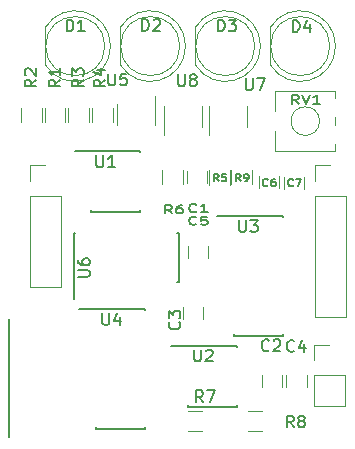
<source format=gto>
%TF.GenerationSoftware,KiCad,Pcbnew,4.0.7*%
%TF.CreationDate,2018-02-09T12:23:56+01:00*%
%TF.ProjectId,Metronome,4D6574726F6E6F6D652E6B696361645F,1.0*%
%TF.FileFunction,Legend,Top*%
%FSLAX46Y46*%
G04 Gerber Fmt 4.6, Leading zero omitted, Abs format (unit mm)*
G04 Created by KiCad (PCBNEW 4.0.7) date 02/09/18 12:23:56*
%MOMM*%
%LPD*%
G01*
G04 APERTURE LIST*
%ADD10C,0.127000*%
%ADD11C,0.150000*%
%ADD12C,0.120000*%
G04 APERTURE END LIST*
D10*
D11*
X130401400Y-102137200D02*
X130401400Y-112137200D01*
D12*
X156238900Y-91706700D02*
X156238900Y-101926700D01*
X156238900Y-101926700D02*
X158898900Y-101926700D01*
X158898900Y-101926700D02*
X158898900Y-91706700D01*
X158898900Y-91706700D02*
X156238900Y-91706700D01*
X156238900Y-90436700D02*
X156238900Y-89106700D01*
X156238900Y-89106700D02*
X157568900Y-89106700D01*
D11*
X137332900Y-87861700D02*
X137332900Y-87911700D01*
X141482900Y-87861700D02*
X141482900Y-88006700D01*
X141482900Y-93011700D02*
X141482900Y-92866700D01*
X137332900Y-93011700D02*
X137332900Y-92866700D01*
X137332900Y-87861700D02*
X141482900Y-87861700D01*
X137332900Y-93011700D02*
X141482900Y-93011700D01*
X137332900Y-87911700D02*
X135932900Y-87911700D01*
D12*
X145415900Y-89555700D02*
X145415900Y-90555700D01*
X147115900Y-90555700D02*
X147115900Y-89555700D01*
X153465900Y-107847700D02*
X153465900Y-106847700D01*
X151765900Y-106847700D02*
X151765900Y-107847700D01*
X145098400Y-101092700D02*
X145098400Y-102092700D01*
X146798400Y-102092700D02*
X146798400Y-101092700D01*
X153861400Y-106891200D02*
X153861400Y-107891200D01*
X155561400Y-107891200D02*
X155561400Y-106891200D01*
X147242900Y-96905700D02*
X147242900Y-95905700D01*
X145542900Y-95905700D02*
X145542900Y-96905700D01*
X153211900Y-91043700D02*
X153211900Y-90043700D01*
X151511900Y-90043700D02*
X151511900Y-91043700D01*
X153670900Y-90063700D02*
X153670900Y-91063700D01*
X155370900Y-91063700D02*
X155370900Y-90063700D01*
X138968900Y-79007162D02*
G75*
G03X133418900Y-77461870I-2990000J462D01*
G01*
X138968900Y-79006238D02*
G75*
G02X133418900Y-80551530I-2990000J-462D01*
G01*
X138478900Y-79006700D02*
G75*
G03X138478900Y-79006700I-2500000J0D01*
G01*
X133418900Y-77461700D02*
X133418900Y-80551700D01*
X145318900Y-79007162D02*
G75*
G03X139768900Y-77461870I-2990000J462D01*
G01*
X145318900Y-79006238D02*
G75*
G02X139768900Y-80551530I-2990000J-462D01*
G01*
X144828900Y-79006700D02*
G75*
G03X144828900Y-79006700I-2500000J0D01*
G01*
X139768900Y-77461700D02*
X139768900Y-80551700D01*
X151668900Y-79007162D02*
G75*
G03X146118900Y-77461870I-2990000J462D01*
G01*
X151668900Y-79006238D02*
G75*
G02X146118900Y-80551530I-2990000J-462D01*
G01*
X151178900Y-79006700D02*
G75*
G03X151178900Y-79006700I-2500000J0D01*
G01*
X146118900Y-77461700D02*
X146118900Y-80551700D01*
X158018900Y-79007162D02*
G75*
G03X152468900Y-77461870I-2990000J462D01*
G01*
X158018900Y-79006238D02*
G75*
G02X152468900Y-80551530I-2990000J-462D01*
G01*
X157528900Y-79006700D02*
G75*
G03X157528900Y-79006700I-2500000J0D01*
G01*
X152468900Y-77461700D02*
X152468900Y-80551700D01*
X156175400Y-106883200D02*
X156175400Y-109483200D01*
X156175400Y-109483200D02*
X158835400Y-109483200D01*
X158835400Y-109483200D02*
X158835400Y-106883200D01*
X158835400Y-106883200D02*
X156175400Y-106883200D01*
X156175400Y-105613200D02*
X156175400Y-104283200D01*
X156175400Y-104283200D02*
X157505400Y-104283200D01*
X132108900Y-91706700D02*
X132108900Y-99386700D01*
X132108900Y-99386700D02*
X134768900Y-99386700D01*
X134768900Y-99386700D02*
X134768900Y-91706700D01*
X134768900Y-91706700D02*
X132108900Y-91706700D01*
X132108900Y-90436700D02*
X132108900Y-89106700D01*
X132108900Y-89106700D02*
X133438900Y-89106700D01*
X135144400Y-84248700D02*
X135144400Y-85448700D01*
X133384400Y-85448700D02*
X133384400Y-84248700D01*
X133175900Y-84265200D02*
X133175900Y-85465200D01*
X131415900Y-85465200D02*
X131415900Y-84265200D01*
X137112900Y-84248700D02*
X137112900Y-85448700D01*
X135352900Y-85448700D02*
X135352900Y-84248700D01*
X139144900Y-84248700D02*
X139144900Y-85448700D01*
X137384900Y-85448700D02*
X137384900Y-84248700D01*
X147290900Y-90735700D02*
X147290900Y-89535700D01*
X149050900Y-89535700D02*
X149050900Y-90735700D01*
X143353900Y-90655700D02*
X143353900Y-89455700D01*
X145113900Y-89455700D02*
X145113900Y-90655700D01*
X146738900Y-111636700D02*
X145538900Y-111636700D01*
X145538900Y-109876700D02*
X146738900Y-109876700D01*
X151818900Y-111636700D02*
X150618900Y-111636700D01*
X150618900Y-109876700D02*
X151818900Y-109876700D01*
X150955900Y-89502700D02*
X150955900Y-90702700D01*
X149195900Y-90702700D02*
X149195900Y-89502700D01*
X152893900Y-82796700D02*
X158013900Y-82796700D01*
X152893900Y-87916700D02*
X158013900Y-87916700D01*
X152893900Y-82796700D02*
X152893900Y-84526700D01*
X152893900Y-86186700D02*
X152893900Y-87916700D01*
X158013900Y-82796700D02*
X158013900Y-83376700D01*
X158013900Y-85036700D02*
X158013900Y-85676700D01*
X158013900Y-87336700D02*
X158013900Y-87916700D01*
X156663900Y-85356700D02*
G75*
G03X156663900Y-85356700I-1210000J0D01*
G01*
D11*
X145493900Y-104371700D02*
X145493900Y-104421700D01*
X149643900Y-104371700D02*
X149643900Y-104516700D01*
X149643900Y-109521700D02*
X149643900Y-109376700D01*
X145493900Y-109521700D02*
X145493900Y-109376700D01*
X145493900Y-104371700D02*
X149643900Y-104371700D01*
X145493900Y-109521700D02*
X149643900Y-109521700D01*
X145493900Y-104421700D02*
X144093900Y-104421700D01*
X149397900Y-93362700D02*
X149397900Y-93387700D01*
X153547900Y-93362700D02*
X153547900Y-93467700D01*
X153547900Y-103512700D02*
X153547900Y-103407700D01*
X149397900Y-103512700D02*
X149397900Y-103407700D01*
X149397900Y-93362700D02*
X153547900Y-93362700D01*
X149397900Y-103512700D02*
X153547900Y-103512700D01*
X149397900Y-93387700D02*
X148022900Y-93387700D01*
X137713900Y-101236700D02*
X137713900Y-101261700D01*
X141863900Y-101236700D02*
X141863900Y-101341700D01*
X141863900Y-111386700D02*
X141863900Y-111281700D01*
X137713900Y-111386700D02*
X137713900Y-111281700D01*
X137713900Y-101236700D02*
X141863900Y-101236700D01*
X137713900Y-111386700D02*
X141863900Y-111386700D01*
X137713900Y-101261700D02*
X136338900Y-101261700D01*
X135846900Y-99021700D02*
X135871900Y-99021700D01*
X135846900Y-94871700D02*
X135961900Y-94871700D01*
X144746900Y-94871700D02*
X144631900Y-94871700D01*
X144746900Y-99021700D02*
X144631900Y-99021700D01*
X135846900Y-99021700D02*
X135846900Y-94871700D01*
X144746900Y-99021700D02*
X144746900Y-94871700D01*
X135871900Y-99021700D02*
X135871900Y-100396700D01*
D12*
X150542900Y-85875700D02*
X150542900Y-84075700D01*
X147322900Y-84075700D02*
X147322900Y-86525700D01*
X139514900Y-83901700D02*
X139514900Y-85701700D01*
X142734900Y-85701700D02*
X142734900Y-83251700D01*
X146732900Y-85875700D02*
X146732900Y-84075700D01*
X143512900Y-84075700D02*
X143512900Y-86525700D01*
D11*
X137769695Y-88250781D02*
X137769695Y-89060305D01*
X137817314Y-89155543D01*
X137864933Y-89203162D01*
X137960171Y-89250781D01*
X138150648Y-89250781D01*
X138245886Y-89203162D01*
X138293505Y-89155543D01*
X138341124Y-89060305D01*
X138341124Y-88250781D01*
X139341124Y-89250781D02*
X138769695Y-89250781D01*
X139055409Y-89250781D02*
X139055409Y-88250781D01*
X138960171Y-88393638D01*
X138864933Y-88488876D01*
X138769695Y-88536495D01*
X146238934Y-93010800D02*
X146191315Y-93044133D01*
X146048458Y-93077467D01*
X145953220Y-93077467D01*
X145810362Y-93044133D01*
X145715124Y-92977467D01*
X145667505Y-92910800D01*
X145619886Y-92777467D01*
X145619886Y-92677467D01*
X145667505Y-92544133D01*
X145715124Y-92477467D01*
X145810362Y-92410800D01*
X145953220Y-92377467D01*
X146048458Y-92377467D01*
X146191315Y-92410800D01*
X146238934Y-92444133D01*
X147191315Y-93077467D02*
X146619886Y-93077467D01*
X146905600Y-93077467D02*
X146905600Y-92377467D01*
X146810362Y-92477467D01*
X146715124Y-92544133D01*
X146619886Y-92577467D01*
X152385734Y-104751143D02*
X152338115Y-104798762D01*
X152195258Y-104846381D01*
X152100020Y-104846381D01*
X151957162Y-104798762D01*
X151861924Y-104703524D01*
X151814305Y-104608286D01*
X151766686Y-104417810D01*
X151766686Y-104274952D01*
X151814305Y-104084476D01*
X151861924Y-103989238D01*
X151957162Y-103894000D01*
X152100020Y-103846381D01*
X152195258Y-103846381D01*
X152338115Y-103894000D01*
X152385734Y-103941619D01*
X152766686Y-103941619D02*
X152814305Y-103894000D01*
X152909543Y-103846381D01*
X153147639Y-103846381D01*
X153242877Y-103894000D01*
X153290496Y-103941619D01*
X153338115Y-104036857D01*
X153338115Y-104132095D01*
X153290496Y-104274952D01*
X152719067Y-104846381D01*
X153338115Y-104846381D01*
X144781543Y-102376266D02*
X144829162Y-102423885D01*
X144876781Y-102566742D01*
X144876781Y-102661980D01*
X144829162Y-102804838D01*
X144733924Y-102900076D01*
X144638686Y-102947695D01*
X144448210Y-102995314D01*
X144305352Y-102995314D01*
X144114876Y-102947695D01*
X144019638Y-102900076D01*
X143924400Y-102804838D01*
X143876781Y-102661980D01*
X143876781Y-102566742D01*
X143924400Y-102423885D01*
X143972019Y-102376266D01*
X143876781Y-102042933D02*
X143876781Y-101423885D01*
X144257733Y-101757219D01*
X144257733Y-101614361D01*
X144305352Y-101519123D01*
X144352971Y-101471504D01*
X144448210Y-101423885D01*
X144686305Y-101423885D01*
X144781543Y-101471504D01*
X144829162Y-101519123D01*
X144876781Y-101614361D01*
X144876781Y-101900076D01*
X144829162Y-101995314D01*
X144781543Y-102042933D01*
X154519334Y-104801943D02*
X154471715Y-104849562D01*
X154328858Y-104897181D01*
X154233620Y-104897181D01*
X154090762Y-104849562D01*
X153995524Y-104754324D01*
X153947905Y-104659086D01*
X153900286Y-104468610D01*
X153900286Y-104325752D01*
X153947905Y-104135276D01*
X153995524Y-104040038D01*
X154090762Y-103944800D01*
X154233620Y-103897181D01*
X154328858Y-103897181D01*
X154471715Y-103944800D01*
X154519334Y-103992419D01*
X155376477Y-104230514D02*
X155376477Y-104897181D01*
X155138381Y-103849562D02*
X154900286Y-104563848D01*
X155519334Y-104563848D01*
X146238934Y-94077600D02*
X146191315Y-94110933D01*
X146048458Y-94144267D01*
X145953220Y-94144267D01*
X145810362Y-94110933D01*
X145715124Y-94044267D01*
X145667505Y-93977600D01*
X145619886Y-93844267D01*
X145619886Y-93744267D01*
X145667505Y-93610933D01*
X145715124Y-93544267D01*
X145810362Y-93477600D01*
X145953220Y-93444267D01*
X146048458Y-93444267D01*
X146191315Y-93477600D01*
X146238934Y-93510933D01*
X147143696Y-93444267D02*
X146667505Y-93444267D01*
X146619886Y-93777600D01*
X146667505Y-93744267D01*
X146762743Y-93710933D01*
X147000839Y-93710933D01*
X147096077Y-93744267D01*
X147143696Y-93777600D01*
X147191315Y-93844267D01*
X147191315Y-94010933D01*
X147143696Y-94077600D01*
X147096077Y-94110933D01*
X147000839Y-94144267D01*
X146762743Y-94144267D01*
X146667505Y-94110933D01*
X146619886Y-94077600D01*
X152283334Y-90790686D02*
X152250000Y-90819257D01*
X152150000Y-90847829D01*
X152083334Y-90847829D01*
X151983334Y-90819257D01*
X151916667Y-90762114D01*
X151883334Y-90704971D01*
X151850000Y-90590686D01*
X151850000Y-90504971D01*
X151883334Y-90390686D01*
X151916667Y-90333543D01*
X151983334Y-90276400D01*
X152083334Y-90247829D01*
X152150000Y-90247829D01*
X152250000Y-90276400D01*
X152283334Y-90304971D01*
X152883334Y-90247829D02*
X152750000Y-90247829D01*
X152683334Y-90276400D01*
X152650000Y-90304971D01*
X152583334Y-90390686D01*
X152550000Y-90504971D01*
X152550000Y-90733543D01*
X152583334Y-90790686D01*
X152616667Y-90819257D01*
X152683334Y-90847829D01*
X152816667Y-90847829D01*
X152883334Y-90819257D01*
X152916667Y-90790686D01*
X152950000Y-90733543D01*
X152950000Y-90590686D01*
X152916667Y-90533543D01*
X152883334Y-90504971D01*
X152816667Y-90476400D01*
X152683334Y-90476400D01*
X152616667Y-90504971D01*
X152583334Y-90533543D01*
X152550000Y-90590686D01*
X154416934Y-90790686D02*
X154383600Y-90819257D01*
X154283600Y-90847829D01*
X154216934Y-90847829D01*
X154116934Y-90819257D01*
X154050267Y-90762114D01*
X154016934Y-90704971D01*
X153983600Y-90590686D01*
X153983600Y-90504971D01*
X154016934Y-90390686D01*
X154050267Y-90333543D01*
X154116934Y-90276400D01*
X154216934Y-90247829D01*
X154283600Y-90247829D01*
X154383600Y-90276400D01*
X154416934Y-90304971D01*
X154650267Y-90247829D02*
X155116934Y-90247829D01*
X154816934Y-90847829D01*
X135240805Y-77769981D02*
X135240805Y-76769981D01*
X135478900Y-76769981D01*
X135621758Y-76817600D01*
X135716996Y-76912838D01*
X135764615Y-77008076D01*
X135812234Y-77198552D01*
X135812234Y-77341410D01*
X135764615Y-77531886D01*
X135716996Y-77627124D01*
X135621758Y-77722362D01*
X135478900Y-77769981D01*
X135240805Y-77769981D01*
X136764615Y-77769981D02*
X136193186Y-77769981D01*
X136478900Y-77769981D02*
X136478900Y-76769981D01*
X136383662Y-76912838D01*
X136288424Y-77008076D01*
X136193186Y-77055695D01*
X141654305Y-77719181D02*
X141654305Y-76719181D01*
X141892400Y-76719181D01*
X142035258Y-76766800D01*
X142130496Y-76862038D01*
X142178115Y-76957276D01*
X142225734Y-77147752D01*
X142225734Y-77290610D01*
X142178115Y-77481086D01*
X142130496Y-77576324D01*
X142035258Y-77671562D01*
X141892400Y-77719181D01*
X141654305Y-77719181D01*
X142606686Y-76814419D02*
X142654305Y-76766800D01*
X142749543Y-76719181D01*
X142987639Y-76719181D01*
X143082877Y-76766800D01*
X143130496Y-76814419D01*
X143178115Y-76909657D01*
X143178115Y-77004895D01*
X143130496Y-77147752D01*
X142559067Y-77719181D01*
X143178115Y-77719181D01*
X148055105Y-77769981D02*
X148055105Y-76769981D01*
X148293200Y-76769981D01*
X148436058Y-76817600D01*
X148531296Y-76912838D01*
X148578915Y-77008076D01*
X148626534Y-77198552D01*
X148626534Y-77341410D01*
X148578915Y-77531886D01*
X148531296Y-77627124D01*
X148436058Y-77722362D01*
X148293200Y-77769981D01*
X148055105Y-77769981D01*
X148959867Y-76769981D02*
X149578915Y-76769981D01*
X149245581Y-77150933D01*
X149388439Y-77150933D01*
X149483677Y-77198552D01*
X149531296Y-77246171D01*
X149578915Y-77341410D01*
X149578915Y-77579505D01*
X149531296Y-77674743D01*
X149483677Y-77722362D01*
X149388439Y-77769981D01*
X149102724Y-77769981D01*
X149007486Y-77722362D01*
X148959867Y-77674743D01*
X154405105Y-77820781D02*
X154405105Y-76820781D01*
X154643200Y-76820781D01*
X154786058Y-76868400D01*
X154881296Y-76963638D01*
X154928915Y-77058876D01*
X154976534Y-77249352D01*
X154976534Y-77392210D01*
X154928915Y-77582686D01*
X154881296Y-77677924D01*
X154786058Y-77773162D01*
X154643200Y-77820781D01*
X154405105Y-77820781D01*
X155833677Y-77154114D02*
X155833677Y-77820781D01*
X155595581Y-76773162D02*
X155357486Y-77487448D01*
X155976534Y-77487448D01*
X134716781Y-81853066D02*
X134240590Y-82186400D01*
X134716781Y-82424495D02*
X133716781Y-82424495D01*
X133716781Y-82043542D01*
X133764400Y-81948304D01*
X133812019Y-81900685D01*
X133907257Y-81853066D01*
X134050114Y-81853066D01*
X134145352Y-81900685D01*
X134192971Y-81948304D01*
X134240590Y-82043542D01*
X134240590Y-82424495D01*
X134716781Y-80900685D02*
X134716781Y-81472114D01*
X134716781Y-81186400D02*
X133716781Y-81186400D01*
X133859638Y-81281638D01*
X133954876Y-81376876D01*
X134002495Y-81472114D01*
X132684781Y-81853066D02*
X132208590Y-82186400D01*
X132684781Y-82424495D02*
X131684781Y-82424495D01*
X131684781Y-82043542D01*
X131732400Y-81948304D01*
X131780019Y-81900685D01*
X131875257Y-81853066D01*
X132018114Y-81853066D01*
X132113352Y-81900685D01*
X132160971Y-81948304D01*
X132208590Y-82043542D01*
X132208590Y-82424495D01*
X131780019Y-81472114D02*
X131732400Y-81424495D01*
X131684781Y-81329257D01*
X131684781Y-81091161D01*
X131732400Y-80995923D01*
X131780019Y-80948304D01*
X131875257Y-80900685D01*
X131970495Y-80900685D01*
X132113352Y-80948304D01*
X132684781Y-81519733D01*
X132684781Y-80900685D01*
X136697981Y-81853066D02*
X136221790Y-82186400D01*
X136697981Y-82424495D02*
X135697981Y-82424495D01*
X135697981Y-82043542D01*
X135745600Y-81948304D01*
X135793219Y-81900685D01*
X135888457Y-81853066D01*
X136031314Y-81853066D01*
X136126552Y-81900685D01*
X136174171Y-81948304D01*
X136221790Y-82043542D01*
X136221790Y-82424495D01*
X135697981Y-81519733D02*
X135697981Y-80900685D01*
X136078933Y-81234019D01*
X136078933Y-81091161D01*
X136126552Y-80995923D01*
X136174171Y-80948304D01*
X136269410Y-80900685D01*
X136507505Y-80900685D01*
X136602743Y-80948304D01*
X136650362Y-80995923D01*
X136697981Y-81091161D01*
X136697981Y-81376876D01*
X136650362Y-81472114D01*
X136602743Y-81519733D01*
X138526781Y-81853066D02*
X138050590Y-82186400D01*
X138526781Y-82424495D02*
X137526781Y-82424495D01*
X137526781Y-82043542D01*
X137574400Y-81948304D01*
X137622019Y-81900685D01*
X137717257Y-81853066D01*
X137860114Y-81853066D01*
X137955352Y-81900685D01*
X138002971Y-81948304D01*
X138050590Y-82043542D01*
X138050590Y-82424495D01*
X137860114Y-80995923D02*
X138526781Y-80995923D01*
X137479162Y-81234019D02*
X138193448Y-81472114D01*
X138193448Y-80853066D01*
X148117734Y-90441429D02*
X147884400Y-90155714D01*
X147717734Y-90441429D02*
X147717734Y-89841429D01*
X147984400Y-89841429D01*
X148051067Y-89870000D01*
X148084400Y-89898571D01*
X148117734Y-89955714D01*
X148117734Y-90041429D01*
X148084400Y-90098571D01*
X148051067Y-90127143D01*
X147984400Y-90155714D01*
X147717734Y-90155714D01*
X148751067Y-89841429D02*
X148417734Y-89841429D01*
X148384400Y-90127143D01*
X148417734Y-90098571D01*
X148484400Y-90070000D01*
X148651067Y-90070000D01*
X148717734Y-90098571D01*
X148751067Y-90127143D01*
X148784400Y-90184286D01*
X148784400Y-90327143D01*
X148751067Y-90384286D01*
X148717734Y-90412857D01*
X148651067Y-90441429D01*
X148484400Y-90441429D01*
X148417734Y-90412857D01*
X148384400Y-90384286D01*
X144156134Y-93179067D02*
X143822800Y-92845733D01*
X143584705Y-93179067D02*
X143584705Y-92479067D01*
X143965658Y-92479067D01*
X144060896Y-92512400D01*
X144108515Y-92545733D01*
X144156134Y-92612400D01*
X144156134Y-92712400D01*
X144108515Y-92779067D01*
X144060896Y-92812400D01*
X143965658Y-92845733D01*
X143584705Y-92845733D01*
X145013277Y-92479067D02*
X144822800Y-92479067D01*
X144727562Y-92512400D01*
X144679943Y-92545733D01*
X144584705Y-92645733D01*
X144537086Y-92779067D01*
X144537086Y-93045733D01*
X144584705Y-93112400D01*
X144632324Y-93145733D01*
X144727562Y-93179067D01*
X144918039Y-93179067D01*
X145013277Y-93145733D01*
X145060896Y-93112400D01*
X145108515Y-93045733D01*
X145108515Y-92879067D01*
X145060896Y-92812400D01*
X145013277Y-92779067D01*
X144918039Y-92745733D01*
X144727562Y-92745733D01*
X144632324Y-92779067D01*
X144584705Y-92812400D01*
X144537086Y-92879067D01*
X146797734Y-109164381D02*
X146464400Y-108688190D01*
X146226305Y-109164381D02*
X146226305Y-108164381D01*
X146607258Y-108164381D01*
X146702496Y-108212000D01*
X146750115Y-108259619D01*
X146797734Y-108354857D01*
X146797734Y-108497714D01*
X146750115Y-108592952D01*
X146702496Y-108640571D01*
X146607258Y-108688190D01*
X146226305Y-108688190D01*
X147131067Y-108164381D02*
X147797734Y-108164381D01*
X147369162Y-109164381D01*
X154468534Y-111297981D02*
X154135200Y-110821790D01*
X153897105Y-111297981D02*
X153897105Y-110297981D01*
X154278058Y-110297981D01*
X154373296Y-110345600D01*
X154420915Y-110393219D01*
X154468534Y-110488457D01*
X154468534Y-110631314D01*
X154420915Y-110726552D01*
X154373296Y-110774171D01*
X154278058Y-110821790D01*
X153897105Y-110821790D01*
X155039962Y-110726552D02*
X154944724Y-110678933D01*
X154897105Y-110631314D01*
X154849486Y-110536076D01*
X154849486Y-110488457D01*
X154897105Y-110393219D01*
X154944724Y-110345600D01*
X155039962Y-110297981D01*
X155230439Y-110297981D01*
X155325677Y-110345600D01*
X155373296Y-110393219D01*
X155420915Y-110488457D01*
X155420915Y-110536076D01*
X155373296Y-110631314D01*
X155325677Y-110678933D01*
X155230439Y-110726552D01*
X155039962Y-110726552D01*
X154944724Y-110774171D01*
X154897105Y-110821790D01*
X154849486Y-110917029D01*
X154849486Y-111107505D01*
X154897105Y-111202743D01*
X154944724Y-111250362D01*
X155039962Y-111297981D01*
X155230439Y-111297981D01*
X155325677Y-111250362D01*
X155373296Y-111202743D01*
X155420915Y-111107505D01*
X155420915Y-110917029D01*
X155373296Y-110821790D01*
X155325677Y-110774171D01*
X155230439Y-110726552D01*
X149997334Y-90441429D02*
X149764000Y-90155714D01*
X149597334Y-90441429D02*
X149597334Y-89841429D01*
X149864000Y-89841429D01*
X149930667Y-89870000D01*
X149964000Y-89898571D01*
X149997334Y-89955714D01*
X149997334Y-90041429D01*
X149964000Y-90098571D01*
X149930667Y-90127143D01*
X149864000Y-90155714D01*
X149597334Y-90155714D01*
X150330667Y-90441429D02*
X150464000Y-90441429D01*
X150530667Y-90412857D01*
X150564000Y-90384286D01*
X150630667Y-90298571D01*
X150664000Y-90184286D01*
X150664000Y-89955714D01*
X150630667Y-89898571D01*
X150597334Y-89870000D01*
X150530667Y-89841429D01*
X150397334Y-89841429D01*
X150330667Y-89870000D01*
X150297334Y-89898571D01*
X150264000Y-89955714D01*
X150264000Y-90098571D01*
X150297334Y-90155714D01*
X150330667Y-90184286D01*
X150397334Y-90212857D01*
X150530667Y-90212857D01*
X150597334Y-90184286D01*
X150630667Y-90155714D01*
X150664000Y-90098571D01*
X154903562Y-83927905D02*
X154570228Y-83546952D01*
X154332133Y-83927905D02*
X154332133Y-83127905D01*
X154713086Y-83127905D01*
X154808324Y-83166000D01*
X154855943Y-83204095D01*
X154903562Y-83280286D01*
X154903562Y-83394571D01*
X154855943Y-83470762D01*
X154808324Y-83508857D01*
X154713086Y-83546952D01*
X154332133Y-83546952D01*
X155189276Y-83127905D02*
X155522609Y-83927905D01*
X155855943Y-83127905D01*
X156713086Y-83927905D02*
X156141657Y-83927905D01*
X156427371Y-83927905D02*
X156427371Y-83127905D01*
X156332133Y-83242190D01*
X156236895Y-83318381D01*
X156141657Y-83356476D01*
X146050095Y-104709981D02*
X146050095Y-105519505D01*
X146097714Y-105614743D01*
X146145333Y-105662362D01*
X146240571Y-105709981D01*
X146431048Y-105709981D01*
X146526286Y-105662362D01*
X146573905Y-105614743D01*
X146621524Y-105519505D01*
X146621524Y-104709981D01*
X147050095Y-104805219D02*
X147097714Y-104757600D01*
X147192952Y-104709981D01*
X147431048Y-104709981D01*
X147526286Y-104757600D01*
X147573905Y-104805219D01*
X147621524Y-104900457D01*
X147621524Y-104995695D01*
X147573905Y-105138552D01*
X147002476Y-105709981D01*
X147621524Y-105709981D01*
X149860095Y-93737181D02*
X149860095Y-94546705D01*
X149907714Y-94641943D01*
X149955333Y-94689562D01*
X150050571Y-94737181D01*
X150241048Y-94737181D01*
X150336286Y-94689562D01*
X150383905Y-94641943D01*
X150431524Y-94546705D01*
X150431524Y-93737181D01*
X150812476Y-93737181D02*
X151431524Y-93737181D01*
X151098190Y-94118133D01*
X151241048Y-94118133D01*
X151336286Y-94165752D01*
X151383905Y-94213371D01*
X151431524Y-94308610D01*
X151431524Y-94546705D01*
X151383905Y-94641943D01*
X151336286Y-94689562D01*
X151241048Y-94737181D01*
X150955333Y-94737181D01*
X150860095Y-94689562D01*
X150812476Y-94641943D01*
X138277695Y-101611181D02*
X138277695Y-102420705D01*
X138325314Y-102515943D01*
X138372933Y-102563562D01*
X138468171Y-102611181D01*
X138658648Y-102611181D01*
X138753886Y-102563562D01*
X138801505Y-102515943D01*
X138849124Y-102420705D01*
X138849124Y-101611181D01*
X139753886Y-101944514D02*
X139753886Y-102611181D01*
X139515790Y-101563562D02*
X139277695Y-102277848D01*
X139896743Y-102277848D01*
X136205981Y-98551905D02*
X137015505Y-98551905D01*
X137110743Y-98504286D01*
X137158362Y-98456667D01*
X137205981Y-98361429D01*
X137205981Y-98170952D01*
X137158362Y-98075714D01*
X137110743Y-98028095D01*
X137015505Y-97980476D01*
X136205981Y-97980476D01*
X136205981Y-97075714D02*
X136205981Y-97266191D01*
X136253600Y-97361429D01*
X136301219Y-97409048D01*
X136444076Y-97504286D01*
X136634552Y-97551905D01*
X137015505Y-97551905D01*
X137110743Y-97504286D01*
X137158362Y-97456667D01*
X137205981Y-97361429D01*
X137205981Y-97170952D01*
X137158362Y-97075714D01*
X137110743Y-97028095D01*
X137015505Y-96980476D01*
X136777410Y-96980476D01*
X136682171Y-97028095D01*
X136634552Y-97075714D01*
X136586933Y-97170952D01*
X136586933Y-97361429D01*
X136634552Y-97456667D01*
X136682171Y-97504286D01*
X136777410Y-97551905D01*
X150418895Y-81748381D02*
X150418895Y-82557905D01*
X150466514Y-82653143D01*
X150514133Y-82700762D01*
X150609371Y-82748381D01*
X150799848Y-82748381D01*
X150895086Y-82700762D01*
X150942705Y-82653143D01*
X150990324Y-82557905D01*
X150990324Y-81748381D01*
X151371276Y-81748381D02*
X152037943Y-81748381D01*
X151609371Y-82748381D01*
X138785695Y-81341981D02*
X138785695Y-82151505D01*
X138833314Y-82246743D01*
X138880933Y-82294362D01*
X138976171Y-82341981D01*
X139166648Y-82341981D01*
X139261886Y-82294362D01*
X139309505Y-82246743D01*
X139357124Y-82151505D01*
X139357124Y-81341981D01*
X140309505Y-81341981D02*
X139833314Y-81341981D01*
X139785695Y-81818171D01*
X139833314Y-81770552D01*
X139928552Y-81722933D01*
X140166648Y-81722933D01*
X140261886Y-81770552D01*
X140309505Y-81818171D01*
X140357124Y-81913410D01*
X140357124Y-82151505D01*
X140309505Y-82246743D01*
X140261886Y-82294362D01*
X140166648Y-82341981D01*
X139928552Y-82341981D01*
X139833314Y-82294362D01*
X139785695Y-82246743D01*
X144678495Y-81392781D02*
X144678495Y-82202305D01*
X144726114Y-82297543D01*
X144773733Y-82345162D01*
X144868971Y-82392781D01*
X145059448Y-82392781D01*
X145154686Y-82345162D01*
X145202305Y-82297543D01*
X145249924Y-82202305D01*
X145249924Y-81392781D01*
X145868971Y-81821352D02*
X145773733Y-81773733D01*
X145726114Y-81726114D01*
X145678495Y-81630876D01*
X145678495Y-81583257D01*
X145726114Y-81488019D01*
X145773733Y-81440400D01*
X145868971Y-81392781D01*
X146059448Y-81392781D01*
X146154686Y-81440400D01*
X146202305Y-81488019D01*
X146249924Y-81583257D01*
X146249924Y-81630876D01*
X146202305Y-81726114D01*
X146154686Y-81773733D01*
X146059448Y-81821352D01*
X145868971Y-81821352D01*
X145773733Y-81868971D01*
X145726114Y-81916590D01*
X145678495Y-82011829D01*
X145678495Y-82202305D01*
X145726114Y-82297543D01*
X145773733Y-82345162D01*
X145868971Y-82392781D01*
X146059448Y-82392781D01*
X146154686Y-82345162D01*
X146202305Y-82297543D01*
X146249924Y-82202305D01*
X146249924Y-82011829D01*
X146202305Y-81916590D01*
X146154686Y-81868971D01*
X146059448Y-81821352D01*
M02*

</source>
